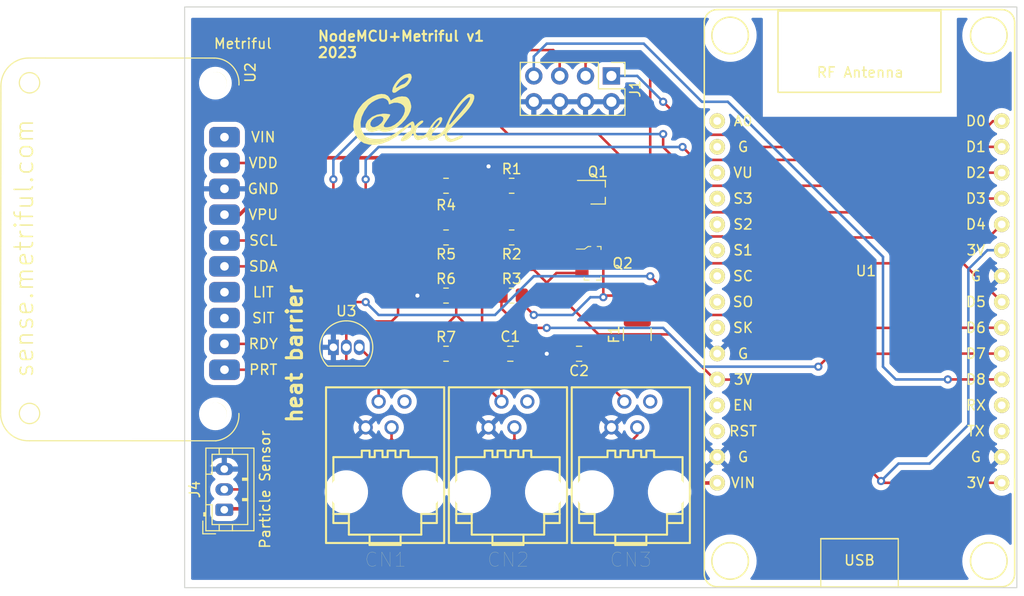
<source format=kicad_pcb>
(kicad_pcb (version 20211014) (generator pcbnew)
  (layers (0 "F.Cu" signal) (31 "B.Cu" mixed) (34 "B.Paste" user) (35 "F.Paste" user) (36 "B.SilkS" user "B.Silkscreen") (37 "F.SilkS" user "F.Silkscreen") (38 "B.Mask" user) (39 "F.Mask" user) (44 "Edge.Cuts" user))
  (net 0 "")
  (net 1 "Net-(C1-Pad1)")
  (net 2 "GND")
  (net 3 "Net-(C2-Pad1)")
  (net 4 "Net-(CN1-Pad2)")
  (net 8 "Net-(F1-Pad2)")
  (net 9 "Net-(J1-Pad1)")
  (net 10 "Net-(J1-Pad3)")
  (net 11 "Net-(J1-Pad5)")
  (net 12 "Net-(J1-Pad7)")
  (net 13 "VDD")
  (net 14 "Net-(J4-Pad2)")
  (net 15 "T_enable")
  (net 16 "Net-(Q1-Pad3)")
  (net 17 "Net-(CN1-Pad3)")
  (net 29 "+3V3")
  (net 32 "Net-(U1-Pad22)")
  (net 33 "Net-(R3-Pad1)")
  (net 34 "Net-(U1-Pad28)")
  (net 35 "Net-(U1-Pad29)")
  (footprint "Resistor_SMD:R_0805_2012Metric_Pad1.20x1.40mm_HandSolder" (layer "F.Cu") (at 115.84 90.17)
    (fp_text reference "R6" (at 0 -1.65) (layer "F.SilkS"))
    (fp_text value "10k")
    (pad "1" smd roundrect (at -1 0) (size 1.2 1.4) (layers "F.Cu" "F.Paste" "F.Mask") (roundrect_rratio 0.208333) (net 2 "GND"))
    (pad "2" smd roundrect (at 1 0) (size 1.2 1.4) (layers "F.Cu" "F.Paste" "F.Mask") (roundrect_rratio 0.208333) (net 3 "Net-(C2-Pad1)"))
  )
  (footprint "Resistor_SMD:R_0805_2012Metric_Pad1.20x1.40mm_HandSolder" (layer "F.Cu") (at 122.285 90.17)
    (fp_text reference "R3" (at 0 -1.65) (layer "F.SilkS"))
    (fp_text value "5.6k")
    (pad "1" smd roundrect (at -1 0) (size 1.2 1.4) (layers "F.Cu" "F.Paste" "F.Mask") (roundrect_rratio 0.208333) (net 33 "Net-(R3-Pad1)"))
    (pad "2" smd roundrect (at 1 0) (size 1.2 1.4) (layers "F.Cu" "F.Paste" "F.Mask") (roundrect_rratio 0.208333) (net 8 "Net-(F1-Pad2)"))
  )
  (footprint "1wire-v0.4:rj10" (layer "F.Cu") (at 133.985 108.585)
    (fp_text reference "CN3" (at 0 7.5438 180) (layer "F.SilkS") (effects (font (size 1.40122 1.40122) (thickness 0.015))))
    (fp_text value "RJ10")
    (pad "" np_thru_hole circle locked (at 3.81 0.889) (size 3.2512 3.2512) (drill 3.2512) (layers *.Cu *.Mask))
    (pad "" np_thru_hole circle locked (at -3.81 0.889) (size 3.2512 3.2512) (drill 3.2512) (layers *.Cu *.Mask))
    (pad "1" thru_hole circle locked (at -1.905 -5.461) (size 1.397 1.397) (drill 0.889) (layers *.Cu *.Mask) (net 2 "GND"))
    (pad "2" thru_hole circle locked (at -0.635 -8.001) (size 1.397 1.397) (drill 0.889) (layers *.Cu *.Mask) (net 4 "Net-(CN1-Pad2)"))
    (pad "3" thru_hole circle locked (at 0.635 -5.461) (size 1.397 1.397) (drill 0.889) (layers *.Cu *.Mask) (net 17 "Net-(CN1-Pad3)"))
    (pad "4" thru_hole circle locked (at 1.905 -8.001) (size 1.397 1.397) (drill 0.889) (layers *.Cu *.Mask))
  )
  (footprint "MountingHole:MountingHole_2.2mm_M2" (layer "F.Cu") (at 93.19 69.29)
    (fp_text reference "REF**" hide)
    (fp_text value "MountingHole_2.2mm_M2" hide)
    (pad "" np_thru_hole circle locked (at 0 0) (size 2.2 2.2) (drill 2.2) (layers *.Cu *.Mask))
  )
  (footprint "Package_TO_SOT_SMD:SOT-323_SC-70_Handsoldering" (layer "F.Cu") (at 130.75 80.01)
    (fp_text reference "Q1" (at 0 -2) (layer "F.SilkS"))
    (fp_text value "BSS138BKW")
    (pad "1" smd rect (at -1.33 -0.65 270) (size 0.45 1.5) (layers "F.Cu" "F.Paste" "F.Mask") (net 15 "T_enable"))
    (pad "2" smd rect (at -1.33 0.65 270) (size 0.45 1.5) (layers "F.Cu" "F.Paste" "F.Mask") (net 2 "GND"))
    (pad "3" smd rect (at 1.33 0 270) (size 0.45 1.5) (layers "F.Cu" "F.Paste" "F.Mask") (net 16 "Net-(Q1-Pad3)"))
  )
  (footprint "MountingHole:MountingHole_3.2mm_M3" (layer "F.Cu") (at 143.7386 64.5922)
    (fp_text reference "REF**" hide)
    (fp_text value "MountingHole_3.2mm_M3" hide)
    (pad "" np_thru_hole circle locked (at 0 0) (size 3.2 3.2) (drill 3.2) (layers *.Cu *.Mask))
  )
  (footprint "1wire-v0.4:SOT-23-3" (layer "F.Cu") (at 130.235 86.995)
    (fp_text reference "Q2" (at 2.9464 0) (layer "F.SilkS"))
    (fp_text value "NX2301P")
    (pad "1" smd rect (at -1.05 -0.95) (size 1.3 0.6) (layers "F.Cu" "F.Paste" "F.Mask") (net 16 "Net-(Q1-Pad3)"))
    (pad "2" smd rect (at -1.05 0.95) (size 1.3 0.6) (layers "F.Cu" "F.Paste" "F.Mask") (net 29 "+3V3"))
    (pad "3" smd rect (at 1.05 0) (size 1.3 0.6) (layers "F.Cu" "F.Paste" "F.Mask") (net 8 "Net-(F1-Pad2)"))
  )
  (footprint "Sensor:Metriful-1" (layer "F.Cu") (at 95.351787 104.440437 90)
    (fp_text reference "U2" (at 36.195 1.27 90 unlocked) (layer "F.SilkS"))
    (fp_text value "Metriful" (at 39.035437 0.533213 unlocked) (layer "F.SilkS"))
    (fp_text user "SIT" (at 12.065 2.54 unlocked) (layer "F.SilkS"))
    (fp_text user "sense.metriful.com" (at 18.926358 -20.955 90 unlocked) (layer "F.SilkS") (effects (font (size 1.8 1.8))))
    (fp_text user "VPU" (at 22.225 2.54 unlocked) (layer "F.SilkS"))
    (fp_text user "RDY" (at 9.525 2.54 unlocked) (layer "F.SilkS"))
    (fp_text user "PRT" (at 6.985 2.54 unlocked) (layer "F.SilkS"))
    (fp_text user "SDA" (at 17.145 2.54 unlocked) (layer "F.SilkS"))
    (fp_text user "LIT" (at 14.605 2.54 unlocked) (layer "F.SilkS"))
    (fp_text user "VDD" (at 27.305 2.54 unlocked) (layer "F.SilkS"))
    (fp_text user "VIN" (at 29.845 2.54 unlocked) (layer "F.SilkS"))
    (fp_text user "GND" (at 24.765 2.54 unlocked) (layer "F.SilkS"))
    (fp_text user "SCL" (at 19.685 2.54 unlocked) (layer "F.SilkS"))
    (pad "1" thru_hole roundrect (at 6.985 -1.27 90) (size 2 3) (drill 0.85) (layers *.Cu *.Mask) (net 14 "Net-(J4-Pad2)"))
    (pad "2" thru_hole roundrect (at 9.525 -1.27 90) (size 2 3) (drill 0.85) (layers *.Cu *.Mask) (net 32 "Net-(U1-Pad22)"))
    (pad "3" thru_hole roundrect (at 12.065 -1.27 90) (size 2 3) (drill 0.85) (layers *.Cu *.Mask))
    (pad "4" thru_hole roundrect (at 14.605 -1.27 90) (size 2 3) (drill 0.85) (layers *.Cu *.Mask))
    (pad "5" thru_hole roundrect (at 17.145 -1.27 90) (size 2 3) (drill 0.85) (layers *.Cu *.Mask) (net 35 "Net-(U1-Pad29)"))
    (pad "6" thru_hole roundrect (at 19.685 -1.27 90) (size 2 3) (drill 0.85) (layers *.Cu *.Mask) (net 34 "Net-(U1-Pad28)"))
    (pad "7" thru_hole roundrect (at 22.225 -1.27 90) (size 2 3) (drill 0.85) (layers *.Cu *.Mask) (net 29 "+3V3"))
    (pad "8" thru_hole roundrect (at 24.765 -1.27 90) (size 2 3) (drill 0.85) (layers *.Cu *.Mask) (net 2 "GND"))
    (pad "9" thru_hole roundrect (at 27.305 -1.27 90) (size 2 3) (drill 0.85) (layers *.Cu *.Mask) (net 29 "+3V3"))
    (pad "10" thru_hole roundrect (at 29.845 -1.27 90) (size 2 3) (drill 0.85) (layers *.Cu *.Mask))
  )
  (footprint "Resistor_SMD:R_0805_2012Metric_Pad1.20x1.40mm_HandSolder" (layer "F.Cu") (at 122.285 79.375)
    (fp_text reference "R1" (at 0 -1.65) (layer "F.SilkS"))
    (fp_text value "10k")
    (pad "1" smd roundrect (at -1 0) (size 1.2 1.4) (layers "F.Cu" "F.Paste" "F.Mask") (roundrect_rratio 0.208333) (net 2 "GND"))
    (pad "2" smd roundrect (at 1 0) (size 1.2 1.4) (layers "F.Cu" "F.Paste" "F.Mask") (roundrect_rratio 0.208333) (net 15 "T_enable"))
  )
  (footprint "Connector_JST:JST_PH_B3B-PH-K_1x03_P2.00mm_Vertical" (layer "F.Cu") (at 94.065 111.22 90)
    (fp_text reference "J4" (at 2 -2.9 90) (layer "F.SilkS"))
    (fp_text value "Particle Sensor" (at 2 4 90) (layer "F.SilkS"))
    (pad "1" thru_hole roundrect (at 0 0 90) (size 1.2 1.75) (drill 0.75) (layers *.Cu *.Mask) (roundrect_rratio 0.208333) (net 13 "VDD"))
    (pad "2" thru_hole oval (at 2 0 90) (size 1.2 1.75) (drill 0.75) (layers *.Cu *.Mask) (net 14 "Net-(J4-Pad2)"))
    (pad "3" thru_hole oval (at 4 0 90) (size 1.2 1.75) (drill 0.75) (layers *.Cu *.Mask) (net 2 "GND"))
  )
  (footprint "MountingHole:MountingHole_3.2mm_M3" (layer "F.Cu") (at 169.1386 64.5922)
    (fp_text reference "REF**" hide)
    (fp_text value "MountingHole_3.2mm_M3" hide)
    (pad "" np_thru_hole circle locked (at 0 0) (size 3.2 3.2) (drill 3.2) (layers *.Cu *.Mask))
  )
  (footprint "Fuse:Fuse_1210_3225Metric_Pad1.42x2.65mm_HandSolder" (layer "F.Cu") (at 134.62 93.98 90)
    (fp_text reference "F1" (at 0 -2.28 90) (layer "F.SilkS"))
    (fp_text value "Polyfuse")
    (pad "1" smd roundrect (at -1.4875 0 90) (size 1.425 2.65) (layers "F.Cu" "F.Paste" "F.Mask") (roundrect_rratio 0.175439) (net 3 "Net-(C2-Pad1)"))
    (pad "2" smd roundrect (at 1.4875 0 90) (size 1.425 2.65) (layers "F.Cu" "F.Paste" "F.Mask") (roundrect_rratio 0.175439) (net 8 "Net-(F1-Pad2)"))
  )
  (footprint "Capacitor_SMD:C_0805_2012Metric_Pad1.18x1.45mm_HandSolder" (layer "F.Cu") (at 122.1525 95.885)
    (fp_text reference "C1" (at 0 -1.68) (layer "F.SilkS"))
    (fp_text value "100pF")
    (pad "1" smd roundrect (at -1.0375 0) (size 1.175 1.45) (layers "F.Cu" "F.Paste" "F.Mask") (roundrect_rratio 0.212766) (net 1 "Net-(C1-Pad1)"))
    (pad "2" smd roundrect (at 1.0375 0) (size 1.175 1.45) (layers "F.Cu" "F.Paste" "F.Mask") (roundrect_rratio 0.212766) (net 2 "GND"))
  )
  (footprint "MountingHole:MountingHole_2.2mm_M2" (layer "F.Cu") (at 93.19 101.79)
    (fp_text reference "REF**" hide)
    (fp_text value "MountingHole_2.2mm_M2" hide)
    (pad "" np_thru_hole circle locked (at 0 0) (size 2.2 2.2) (drill 2.2) (layers *.Cu *.Mask))
  )
  (footprint "MountingHole:MountingHole_3.2mm_M3" (layer "F.Cu") (at 169.1386 116.2558)
    (fp_text reference "REF**" hide)
    (fp_text value "MountingHole_3.2mm_M3" hide)
    (pad "" np_thru_hole circle locked (at 0 0) (size 3.2 3.2) (drill 3.2) (layers F&B.Cu *.Mask) (clearance 1))
  )
  (footprint "1wire-v0.4:rj10" (layer "F.Cu") (at 109.855 108.585)
    (fp_text reference "CN1" (at 0.0508 7.5438 180) (layer "F.SilkS") (effects (font (size 1.40122 1.40122) (thickness 0.015))))
    (fp_text value "RJ10")
    (pad "" np_thru_hole circle locked (at 3.81 0.889) (size 3.2512 3.2512) (drill 3.2512) (layers *.Cu *.Mask))
    (pad "" np_thru_hole circle locked (at -3.81 0.889) (size 3.2512 3.2512) (drill 3.2512) (layers *.Cu *.Mask))
    (pad "1" thru_hole circle locked (at -1.905 -5.461) (size 1.397 1.397) (drill 0.889) (layers *.Cu *.Mask) (net 2 "GND"))
    (pad "2" thru_hole circle locked (at -0.635 -8.001) (size 1.397 1.397) (drill 0.889) (layers *.Cu *.Mask) (net 4 "Net-(CN1-Pad2)"))
    (pad "3" thru_hole circle locked (at 0.635 -5.461) (size 1.397 1.397) (drill 0.889) (layers *.Cu *.Mask) (net 17 "Net-(CN1-Pad3)"))
    (pad "4" thru_hole circle locked (at 1.905 -8.001) (size 1.397 1.397) (drill 0.889) (layers *.Cu *.Mask))
  )
  (footprint "NodeMCU:NodeMCU_0.1_Axel" (layer "F.Cu") (at 156.44 90.79)
    (fp_text reference "U1" (at 0.635 -3.04 unlocked) (layer "F.SilkS"))
    (fp_text value "NodeMCU 1.0 (ESP-12E)")
    (fp_text user "S2" (at -11.43 -7.62) (layer "F.SilkS"))
    (fp_text user "RX" (at 11.43 10.16) (layer "F.SilkS"))
    (fp_text user "S3" (at -11.43 -10.16) (layer "F.SilkS"))
    (fp_text user "G" (at -11.43 -15.24) (layer "F.SilkS"))
    (fp_text user "D7" (at 11.43 5.08) (layer "F.SilkS"))
    (fp_text user "D1" (at 11.43 -15.24) (layer "F.SilkS"))
    (fp_text user "VU" (at -11.43 -12.7) (layer "F.SilkS"))
    (fp_text user "D0" (at 11.43 -17.78) (layer "F.SilkS"))
    (fp_text user "G" (at -11.43 5.08) (layer "F.SilkS"))
    (fp_text user "D2" (at 11.43 -12.7) (layer "F.SilkS"))
    (fp_text user "SK" (at -11.43 2.54) (layer "F.SilkS"))
    (fp_text user "RF Antenna" (at 0.0762 -22.5552) (layer "F.SilkS"))
    (fp_text user "3V" (at 11.43 -5.08) (layer "F.SilkS"))
    (fp_text user "G" (at 11.43 -2.54) (layer "F.SilkS"))
    (fp_text user "D4" (at 11.43 -7.62) (layer "F.SilkS"))
    (fp_text user "EN" (at -11.43 10.16) (layer "F.SilkS"))
    (fp_text user "D5" (at 11.43 0) (layer "F.SilkS"))
    (fp_text user "RST" (at -11.43 12.7) (layer "F.SilkS"))
    (fp_text user "3V" (at -11.43 7.62) (layer "F.SilkS"))
    (fp_text user "USB" (at 0 25.4) (layer "F.SilkS"))
    (fp_text user "VIN" (at -11.43 17.78) (layer "F.SilkS"))
    (fp_text user "G" (at 11.43 15.24) (layer "F.SilkS"))
    (fp_text user "D8" (at 11.43 7.62) (layer "F.SilkS"))
    (fp_text user "TX" (at 11.43 12.7) (layer "F.SilkS"))
    (fp_text user "D3" (at 11.43 -10.16) (layer "F.SilkS"))
    (fp_text user "G" (at -11.43 15.24) (layer "F.SilkS"))
    (fp_text user "SC" (at -11.43 -2.54) (layer "F.SilkS"))
    (fp_text user "D6" (at 11.43 2.54) (layer "F.SilkS"))
    (fp_text user "S1" (at -11.43 -5.08) (layer "F.SilkS"))
    (fp_text user "SO" (at -11.43 0) (layer "F.SilkS"))
    (fp_text user "A0" (at -11.43 -17.78) (layer "F.SilkS"))
    (fp_text user "3V" (at 11.43 17.78) (layer "F.SilkS"))
    (pad "1" thru_hole circle locked (at -13.97 -17.78) (size 1.524 1.524) (drill 0.762) (layers *.Cu *.Mask "F.SilkS"))
    (pad "2" thru_hole circle locked (at -13.97 -15.24) (size 1.524 1.524) (drill 0.762) (layers *.Cu *.Mask "F.SilkS"))
    (pad "3" thru_hole circle locked (at -13.97 -12.7) (size 1.524 1.524) (drill 0.762) (layers *.Cu *.Mask "F.SilkS"))
    (pad "4" thru_hole circle locked (at -13.97 -10.16) (size 1.524 1.524) (drill 0.762) (layers *.Cu *.Mask "F.SilkS"))
    (pad "5" thru_hole circle locked (at -13.97 -7.62) (size 1.524 1.524) (drill 0.762) (layers *.Cu *.Mask "F.SilkS"))
    (pad "6" thru_hole circle locked (at -13.97 -5.08) (size 1.524 1.524) (drill 0.762) (layers *.Cu *.Mask "F.SilkS"))
    (pad "7" thru_hole circle locked (at -13.97 -2.54) (size 1.524 1.524) (drill 0.762) (layers *.Cu *.Mask "F.SilkS"))
    (pad "8" thru_hole circle locked (at -13.97 0) (size 1.524 1.524) (drill 0.762) (layers *.Cu *.Mask "F.SilkS"))
    (pad "9" thru_hole circle locked (at -13.97 2.54) (size 1.524 1.524) (drill 0.762) (layers *.Cu *.Mask "F.SilkS"))
    (pad "10" thru_hole circle locked (at -13.97 5.08) (size 1.524 1.524) (drill 0.762) (layers *.Cu *.Mask "F.SilkS") (net 2 "GND"))
    (pad "11" thru_hole circle locked (at -13.97 7.62) (size 1.524 1.524) (drill 0.762) (layers *.Cu *.Mask "F.SilkS") (net 29 "+3V3"))
    (pad "12" thru_hole circle locked (at -13.97 10.16) (size 1.524 1.524) (drill 0.762) (layers *.Cu *.Mask "F.SilkS"))
    (pad "13" thru_hole circle locked (at -13.97 12.7) (size 1.524 1.524) (drill 0.762) (layers *.Cu *.Mask "F.SilkS"))
    (pad "14" thru_hole circle locked (at -13.97 15.24) (size 1.524 1.524) (drill 0.762) (layers *.Cu *.Mask "F.SilkS") (net 2 "GND"))
    (pad "15" thru_hole circle locked (at -13.97 17.78) (size 1.524 1.524) (drill 0.762) (layers *.Cu *.Mask "F.SilkS") (net 13 "VDD"))
    (pad "16" thru_hole circle locked (at 13.97 17.78) (size 1.524 1.524) (drill 0.762) (layers *.Cu *.Mask "F.SilkS") (net 29 "+3V3"))
    (pad "17" thru_hole circle locked (at 13.97 15.24) (size 1.524 1.524) (drill 0.762) (layers *.Cu *.Mask "F.SilkS") (net 2 "GND"))
    (pad "18" thru_hole circle locked (at 13.97 12.7) (size 1.524 1.524) (drill 0.762) (layers *.Cu *.Mask "F.SilkS"))
    (pad "19" thru_hole circle locked (at 13.97 10.16) (size 1.524 1.524) (drill 0.762) (layers *.Cu *.Mask "F.SilkS"))
    (pad "20" thru_hole circle locked (at 13.97 7.62) (size 1.524 1.524) (drill 0.762) (layers *.Cu *.Mask "F.SilkS") (net 12 "Net-(J1-Pad7)"))
    (pad "21" thru_hole circle locked (at 13.97 5.08) (size 1.524 1.524) (drill 0.762) (layers *.Cu *.Mask "F.SilkS") (net 33 "Net-(R3-Pad1)"))
    (pad "22" thru_hole circle locked (at 13.97 2.54) (size 1.524 1.524) (drill 0.762) (layers *.Cu *.Mask "F.SilkS") (net 32 "Net-(U1-Pad22)"))
    (pad "23" thru_hole circle locked (at 13.97 0) (size 1.524 1.524) (drill 0.762) (layers *.Cu *.Mask "F.SilkS") (net 15 "T_enable"))
    (pad "24" thru_hole circle locked (at 13.97 -2.54) (size 1.524 1.524) (drill 0.762) (layers *.Cu *.Mask "F.SilkS") (net 2 "GND"))
    (pad "25" thru_hole circle locked (at 13.97 -5.08) (size 1.524 1.524) (drill 0.762) (layers *.Cu *.Mask "F.SilkS") (net 29 "+3V3"))
    (pad "26" thru_hole circle locked (at 13.97 -7.62) (size 1.524 1.524) (drill 0.762) (layers *.Cu *.Mask "F.SilkS") (net 11 "Net-(J1-Pad5)"))
    (pad "27" thru_hole circle locked (at 13.97 -10.16) (size 1.524 1.524) (drill 0.762) (layers *.Cu *.Mask "F.SilkS") (net 10 "Net-(J1-Pad3)"))
    (pad "28" thru_hole circle locked (at 13.97 -12.7) (size 1.524 1.524) (drill 0.762) (layers *.Cu *.Mask "F.SilkS") (net 34 "Net-(U1-Pad28)"))
    (pad "29" thru_hole circle locked (at 13.97 -15.24) (size 1.524 1.524) (drill 0.762) (layers *.Cu *.Mask "F.SilkS") (net 35 "Net-(U1-Pad29)"))
    (pad "30" thru_hole circle locked (at 13.97 -17.78) (size 1.524 1.524) (drill 0.762) (layers *.Cu *.Mask "F.SilkS") (net 9 "Net-(J1-Pad1)"))
  )
  (footprint "Connector_PinHeader_2.54mm:PinHeader_2x04_P2.54mm_Vertical" (layer "F.Cu") (at 132.08 68.58 -90)
    (fp_text reference "J1" (at 1.27 -2.33 90) (layer "F.SilkS"))
    (fp_text value "GPIO")
    (pad "1" thru_hole rect (at 0 0 270) (size 1.7 1.7) (drill 1) (layers *.Cu *.Mask) (net 9 "Net-(J1-Pad1)"))
    (pad "2" thru_hole oval (at 2.54 0 270) (size 1.7 1.7) (drill 1) (layers *.Cu *.Mask) (net 2 "GND"))
    (pad "3" thru_hole oval (at 0 2.54 270) (size 1.7 1.7) (drill 1) (layers *.Cu *.Mask) (net 10 "Net-(J1-Pad3)"))
    (pad "4" thru_hole oval (at 2.54 2.54 270) (size 1.7 1.7) (drill 1) (layers *.Cu *.Mask) (net 2 "GND"))
    (pad "5" thru_hole oval (at 0 5.08 270) (size 1.7 1.7) (drill 1) (layers *.Cu *.Mask) (net 11 "Net-(J1-Pad5)"))
    (pad "6" thru_hole oval (at 2.54 5.08 270) (size 1.7 1.7) (drill 1) (layers *.Cu *.Mask) (net 2 "GND"))
    (pad "7" thru_hole oval (at 0 7.62 270) (size 1.7 1.7) (drill 1) (layers *.Cu *.Mask) (net 12 "Net-(J1-Pad7)"))
    (pad "8" thru_hole oval (at 2.54 7.62 270) (size 1.7 1.7) (drill 1) (layers *.Cu *.Mask) (net 2 "GND"))
  )
  (footprint "Resistor_SMD:R_0805_2012Metric_Pad1.20x1.40mm_HandSolder" (layer "F.Cu") (at 115.84 84.455 180)
    (fp_text reference "R5" (at 0 -1.65) (layer "F.SilkS"))
    (fp_text value "22R")
    (pad "1" smd roundrect (at -1 0 180) (size 1.2 1.4) (layers "F.Cu" "F.Paste" "F.Mask") (roundrect_rratio 0.208333) (net 1 "Net-(C1-Pad1)"))
    (pad "2" smd roundrect (at 1 0 180) (size 1.2 1.4) (layers "F.Cu" "F.Paste" "F.Mask") (roundrect_rratio 0.208333) (net 17 "Net-(CN1-Pad3)"))
  )
  (footprint "MountingHole:MountingHole_3.2mm_M3" (layer "F.Cu") (at 143.7386 116.2558)
    (fp_text reference "REF**" hide)
    (fp_text value "MountingHole_3.2mm_M3" hide)
    (pad "" np_thru_hole circle locked (at 0 0) (size 3.2 3.2) (drill 3.2) (layers F&B.Cu *.Mask) (clearance 1))
  )
  (footprint "ESP-RS232:LOGO2" (layer "F.Cu") (at 112.6744 71.8566)
    (fp_text reference "G***" hide)
    (fp_text value "LOGO" hide)
  )
  (footprint "Package_TO_SOT_THT:TO-92_Inline" (layer "F.Cu") (at 104.775 95.25)
    (fp_text reference "U3" (at 1.27 -3.56) (layer "F.SilkS"))
    (fp_text value "DS18B20")
    (pad "1" thru_hole rect (at 0 0) (size 1.05 1.5) (drill 0.75) (layers *.Cu *.Mask) (net 2 "GND"))
    (pad "2" thru_hole oval (at 1.27 0) (size 1.05 1.5) (drill 0.75) (layers *.Cu *.Mask) (net 17 "Net-(CN1-Pad3)"))
    (pad "3" thru_hole oval (at 2.54 0) (size 1.05 1.5) (drill 0.75) (layers *.Cu *.Mask) (net 4 "Net-(CN1-Pad2)"))
  )
  (footprint "1wire-v0.4:rj10" (layer "F.Cu") (at 121.92 108.584)
    (fp_text reference "CN2" (at 0.0254 7.5448 180) (layer "F.SilkS") (effects (font (size 1.40122 1.40122) (thickness 0.015))))
    (fp_text value "RJ10")
    (pad "" np_thru_hole circle locked (at 3.81 0.889) (size 3.2512 3.2512) (drill 3.2512) (layers *.Cu *.Mask))
    (pad "" np_thru_hole circle locked (at -3.81 0.889) (size 3.2512 3.2512) (drill 3.2512) (layers *.Cu *.Mask))
    (pad "1" thru_hole circle locked (at -1.905 -5.461) (size 1.397 1.397) (drill 0.889) (layers *.Cu *.Mask) (net 2 "GND"))
    (pad "2" thru_hole circle locked (at -0.635 -8.001) (size 1.397 1.397) (drill 0.889) (layers *.Cu *.Mask) (net 4 "Net-(CN1-Pad2)"))
    (pad "3" thru_hole circle locked (at 0.635 -5.461) (size 1.397 1.397) (drill 0.889) (layers *.Cu *.Mask) (net 17 "Net-(CN1-Pad3)"))
    (pad "4" thru_hole circle locked (at 1.905 -8.001) (size 1.397 1.397) (drill 0.889) (layers *.Cu *.Mask))
  )
  (footprint "Resistor_SMD:R_0805_2012Metric_Pad1.20x1.40mm_HandSolder" (layer "F.Cu") (at 115.84 79.375 180)
    (fp_text reference "R4" (at 0 -1.905) (layer "F.SilkS"))
    (fp_text value "22R")
    (pad "1" smd roundrect (at -1 0 180) (size 1.2 1.4) (layers "F.Cu" "F.Paste" "F.Mask") (roundrect_rratio 0.208333) (net 33 "Net-(R3-Pad1)"))
    (pad "2" smd roundrect (at 1 0 180) (size 1.2 1.4) (layers "F.Cu" "F.Paste" "F.Mask") (roundrect_rratio 0.208333) (net 1 "Net-(C1-Pad1)"))
  )
  (footprint "Capacitor_SMD:C_0805_2012Metric" (layer "F.Cu") (at 128.905 95.885 180)
    (fp_text reference "C2" (at 0 -1.68) (layer "F.SilkS"))
    (fp_text value "100nF")
    (pad "1" smd roundrect (at -0.95 0 180) (size 1 1.45) (layers "F.Cu" "F.Paste" "F.Mask") (net 3 "Net-(C2-Pad1)"))
    (pad "2" smd roundrect (at 0.95 0 180) (size 1 1.45) (layers "F.Cu" "F.Paste" "F.Mask") (net 2 "GND"))
  )
  (footprint "Resistor_SMD:R_0805_2012Metric_Pad1.20x1.40mm_HandSolder" (layer "F.Cu") (at 122.285 84.455 180)
    (fp_text reference "R2" (at 0 -1.65) (layer "F.SilkS"))
    (fp_text value "10k")
    (pad "1" smd roundrect (at -1 0 180) (size 1.2 1.4) (layers "F.Cu" "F.Paste" "F.Mask") (roundrect_rratio 0.208333) (net 16 "Net-(Q1-Pad3)"))
    (pad "2" smd roundrect (at 1 0 180) (size 1.2 1.4) (layers "F.Cu" "F.Paste" "F.Mask") (roundrect_rratio 0.208333) (net 29 "+3V3"))
  )
  (footprint "Resistor_SMD:R_0805_2012Metric_Pad1.20x1.40mm_HandSolder" (layer "F.Cu") (at 115.84 95.885)
    (fp_text reference "R7" (at 0 -1.65) (layer "F.SilkS"))
    (fp_text value "22R")
    (pad "1" smd roundrect (at -1 0) (size 1.2 1.4) (layers "F.Cu" "F.Paste" "F.Mask") (roundrect_rratio 0.208333) (net 3 "Net-(C2-Pad1)"))
    (pad "2" smd roundrect (at 1 0) (size 1.2 1.4) (layers "F.Cu" "F.Paste" "F.Mask") (roundrect_rratio 0.208333) (net 4 "Net-(CN1-Pad2)"))
  )
  (gr_rect (start 171.895 118.878) (end 90.17 61.8) (layer "Edge.Cuts") (width 0.1) (fill none))
  (gr_text "NodeMCU+Metriful v1\n2023" (at 103.1494 65.4812) (layer "F.SilkS") (effects (font (size 1 1) (thickness 0.2)) (justify left)))
  (gr_text "heat barrier" (at 100.965 95.885 90) (layer "F.SilkS") (effects (font (size 1.5 1.5) (thickness 0.3))))
  (segment (start 116.84 84.455) (end 116.84 85.725) (width 0.25) (layer "F.Cu") (net 1))
  (segment (start 119.38 88.265) (end 119.38 95.25) (width 0.25) (layer "F.Cu") (net 1))
  (segment (start 120.015 95.885) (end 119.38 95.25) (width 0.25) (layer "F.Cu") (net 1))
  (segment (start 116.84 82.55) (end 116.84 84.455) (width 0.25) (layer "F.Cu") (net 1))
  (segment (start 121.115 95.885) (end 120.015 95.885) (width 0.25) (layer "F.Cu") (net 1))
  (segment (start 114.84 79.375) (end 114.935 79.375) (width 0.25) (layer "F.Cu") (net 1))
  (segment (start 114.935 79.375) (end 114.935 80.645) (width 0.25) (layer "F.Cu") (net 1))
  (segment (start 115.03 80.74) (end 116.84 82.55) (width 0.25) (layer "F.Cu") (net 1))
  (segment (start 116.84 85.725) (end 119.38 88.265) (width 0.25) (layer "F.Cu") (net 1))
  (segment (start 120.015 78.105) (end 121.285 79.375) (width 0.25) (layer "F.Cu") (net 2))
  (segment (start 123.19 95.885) (end 125.73 95.885) (width 0.25) (layer "F.Cu") (net 2))
  (segment (start 121.285 79.375) (end 121.285 80.645) (width 0.25) (layer "F.Cu") (net 2))
  (segment (start 124.445 80.66) (end 129.42 80.66) (width 0.25) (layer "F.Cu") (net 2))
  (segment (start 120.015 77.47) (end 120.015 78.105) (width 0.25) (layer "F.Cu") (net 2))
  (segment (start 113.03 90.17) (end 114.84 90.17) (width 0.25) (layer "F.Cu") (net 2))
  (segment (start 123.825 81.28) (end 124.445 80.66) (width 0.25) (layer "F.Cu") (net 2))
  (segment (start 125.73 95.885) (end 127.955 95.885) (width 0.25) (layer "F.Cu") (net 2))
  (segment (start 121.285 80.645) (end 121.92 81.28) (width 0.25) (layer "F.Cu") (net 2))
  (segment (start 121.92 81.28) (end 123.825 81.28) (width 0.25) (layer "F.Cu") (net 2))
  (via (at 120.015 77.47) (size 0.8) (drill 0.4) (layers "F.Cu" "B.Cu") (net 2))
  (via (at 113.03 90.17) (size 0.8) (drill 0.4) (layers "F.Cu" "B.Cu") (net 2))
  (via (at 125.73 95.885) (size 0.8) (drill 0.4) (layers "F.Cu" "B.Cu") (net 2))
  (segment (start 119.38 97.155) (end 129.54 97.155) (width 0.25) (layer "F.Cu") (net 3))
  (segment (start 116.84 90.17) (end 116.84 92.075) (width 0.25) (layer "F.Cu") (net 3))
  (segment (start 132.715 95.25) (end 134.4025 95.25) (width 0.25) (layer "F.Cu") (net 3))
  (segment (start 132.08 95.885) (end 132.715 95.25) (width 0.25) (layer "F.Cu") (net 3))
  (segment (start 134.4025 95.25) (end 134.62 95.4675) (width 0.25) (layer "F.Cu") (net 3))
  (segment (start 114.84 94.075) (end 114.84 95.885) (width 0.25) (layer "F.Cu") (net 3))
  (segment (start 129.54 97.155) (end 129.855 96.84) (width 0.25) (layer "F.Cu") (net 3))
  (segment (start 116.84 92.075) (end 114.84 94.075) (width 0.25) (layer "F.Cu") (net 3))
  (segment (start 116.84 92.075) (end 118.11 93.345) (width 0.25) (layer "F.Cu") (net 3))
  (segment (start 129.855 96.84) (end 129.855 95.885) (width 0.25) (layer "F.Cu") (net 3))
  (segment (start 129.855 95.885) (end 132.08 95.885) (width 0.25) (layer "F.Cu") (net 3))
  (segment (start 118.11 93.345) (end 118.11 95.885) (width 0.25) (layer "F.Cu") (net 3))
  (segment (start 118.11 95.885) (end 119.38 97.155) (width 0.25) (layer "F.Cu") (net 3))
  (segment (start 121.92 98.425) (end 131.317 98.425) (width 0.25) (layer "F.Cu") (net 4))
  (segment (start 118.11 98.425) (end 119.127 98.425) (width 0.25) (layer "F.Cu") (net 4))
  (segment (start 121.285 99.06) (end 121.92 98.425) (width 0.25) (layer "F.Cu") (net 4))
  (segment (start 107.315 95.25) (end 110.49 98.425) (width 0.25) (layer "F.Cu") (net 4))
  (segment (start 109.855 98.425) (end 110.49 98.425) (width 0.25) (layer "F.Cu") (net 4))
  (segment (start 116.84 97.155) (end 118.11 98.425) (width 0.25) (layer "F.Cu") (net 4))
  (segment (start 115.57 98.425) (end 116.84 97.155) (width 0.25) (layer "F.Cu") (net 4))
  (segment (start 131.317 98.425) (end 133.35 100.458) (width 0.25) (layer "F.Cu") (net 4))
  (segment (start 119.127 98.425) (end 121.285 100.583) (width 0.25) (layer "F.Cu") (net 4))
  (segment (start 116.84 97.155) (end 116.84 95.885) (width 0.25) (layer "F.Cu") (net 4))
  (segment (start 109.22 100.584) (end 109.22 99.06) (width 0.25) (layer "F.Cu") (net 4))
  (segment (start 110.49 98.425) (end 115.57 98.425) (width 0.25) (layer "F.Cu") (net 4))
  (segment (start 121.285 100.583) (end 121.285 99.06) (width 0.25) (layer "F.Cu") (net 4))
  (segment (start 109.22 99.06) (end 109.855 98.425) (width 0.25) (layer "F.Cu") (net 4))
  (segment (start 123.285 90.17) (end 123.285 90.9) (width 0.25) (layer "F.Cu") (net 8))
  (segment (start 131.445 90.17) (end 133.35 90.17) (width 0.25) (layer "F.Cu") (net 8))
  (segment (start 131.285 90.33) (end 131.445 90.17) (width 0.25) (layer "F.Cu") (net 8))
  (segment (start 133.35 90.17) (end 134.62 91.44) (width 0.25) (layer "F.Cu") (net 8))
  (segment (start 131.285 90.33) (end 131.285 86.995) (width 0.25) (layer "F.Cu") (net 8))
  (segment (start 123.285 90.9) (end 124.46 92.075) (width 0.25) (layer "F.Cu") (net 8))
  (segment (start 134.62 91.44) (end 134.62 92.4925) (width 0.25) (layer "F.Cu") (net 8))
  (via (at 124.46 92.075) (size 0.8) (drill 0.4) (layers "F.Cu" "B.Cu") (net 8))
  (via (at 131.285 90.33) (size 0.8) (drill 0.4) (layers "F.Cu" "B.Cu") (net 8))
  (segment (start 128.27 92.075) (end 130.015 90.33) (width 0.25) (layer "B.Cu") (net 8))
  (segment (start 124.46 92.075) (end 128.27 92.075) (width 0.25) (layer "B.Cu") (net 8))
  (segment (start 130.015 90.33) (end 131.285 90.33) (width 0.25) (layer "B.Cu") (net 8))
  (segment (start 140.403489 74.363489) (end 137.16 71.12) (width 0.25) (layer "F.Cu") (net 9))
  (segment (start 164.465 74.93) (end 163.83 75.565) (width 0.25) (layer "F.Cu") (net 9))
  (segment (start 167.64 74.93) (end 164.465 74.93) (width 0.25) (layer "F.Cu") (net 9))
  (segment (start 144.848489 74.363489) (end 140.403489 74.363489) (width 0.25) (layer "F.Cu") (net 9))
  (segment (start 163.83 75.565) (end 146.05 75.565) (width 0.25) (layer "F.Cu") (net 9))
  (segment (start 169.545 73.025) (end 167.64 74.93) (width 0.25) (layer "F.Cu") (net 9))
  (segment (start 170.395 73.025) (end 169.545 73.025) (width 0.25) (layer "F.Cu") (net 9))
  (segment (start 146.05 75.565) (end 144.848489 74.363489) (width 0.25) (layer "F.Cu") (net 9))
  (via (at 137.16 71.12) (size 0.8) (drill 0.4) (layers "F.Cu" "B.Cu") (net 9))
  (segment (start 132.08 68.58) (end 134.62 68.58) (width 0.25) (layer "B.Cu") (net 9))
  (segment (start 134.62 68.58) (end 137.16 71.12) (width 0.25) (layer "B.Cu") (net 9))
  (segment (start 141.038489 81.983489) (end 165.666511 81.983489) (width 0.25) (layer "F.Cu") (net 10))
  (segment (start 165.666511 81.983489) (end 167.02 80.63) (width 0.25) (layer "F.Cu") (net 10))
  (segment (start 167.02 80.63) (end 170.41 80.63) (width 0.25) (layer "F.Cu") (net 10))
  (segment (start 130.175 66.675) (end 134.62 66.675) (width 0.25) (layer "F.Cu") (net 10))
  (segment (start 129.54 67.31) (end 130.175 66.675) (width 0.25) (layer "F.Cu") (net 10))
  (segment (start 135.89 76.835) (end 141.038489 81.983489) (width 0.25) (layer "F.Cu") (net 10))
  (segment (start 129.54 68.58) (end 129.54 67.31) (width 0.25) (layer "F.Cu") (net 10))
  (segment (start 134.62 66.675) (end 135.89 67.945) (width 0.25) (layer "F.Cu") (net 10))
  (segment (start 135.89 67.945) (end 135.89 76.835) (width 0.25) (layer "F.Cu") (net 10))
  (segment (start 123.19 66.04) (end 126.365 66.04) (width 0.25) (layer "F.Cu") (net 11))
  (segment (start 121.92 74.295) (end 121.285 73.66) (width 0.25) (layer "F.Cu") (net 11))
  (segment (start 143.071978 84.455) (end 142.973489 84.356511) (width 0.25) (layer "F.Cu") (net 11))
  (segment (start 142.973489 84.356511) (end 140.871511 84.356511) (width 0.25) (layer "F.Cu") (net 11))
  (segment (start 126.365 66.04) (end 127 66.675) (width 0.25) (layer "F.Cu") (net 11))
  (segment (start 121.285 67.945) (end 123.19 66.04) (width 0.25) (layer "F.Cu") (net 11))
  (segment (start 127 66.675) (end 127 68.58) (width 0.25) (layer "F.Cu") (net 11))
  (segment (start 121.285 73.66) (end 121.285 67.945) (width 0.25) (layer "F.Cu") (net 11))
  (segment (start 169.125 84.455) (end 143.071978 84.455) (width 0.25) (layer "F.Cu") (net 11))
  (segment (start 130.81 74.295) (end 121.92 74.295) (width 0.25) (layer "F.Cu") (net 11))
  (segment (start 170.41 83.17) (end 169.125 84.455) (width 0.25) (layer "F.Cu") (net 11))
  (segment (start 140.871511 84.356511) (end 130.81 74.295) (width 0.25) (layer "F.Cu") (net 11))
  (segment (start 165.115 98.41) (end 170.41 98.41) (width 0.25) (layer "F.Cu") (net 12))
  (via (at 165.115 98.41) (size 0.8) (drill 0.4) (layers "F.Cu" "B.Cu") (net 12))
  (segment (start 158.75 86.36) (end 158.75 97.155) (width 0.25) (layer "B.Cu") (net 12))
  (segment (start 125.73 65.405) (end 135.255 65.405) (width 0.25) (layer "B.Cu") (net 12))
  (segment (start 160.005 98.41) (end 165.115 98.41) (width 0.25) (layer "B.Cu") (net 12))
  (segment (start 124.46 66.675) (end 125.73 65.405) (width 0.25) (layer "B.Cu") (net 12))
  (segment (start 135.255 65.405) (end 140.97 71.12) (width 0.25) (layer "B.Cu") (net 12))
  (segment (start 140.97 71.12) (end 143.51 71.12) (width 0.25) (layer "B.Cu") (net 12))
  (segment (start 158.75 97.155) (end 160.005 98.41) (width 0.25) (layer "B.Cu") (net 12))
  (segment (start 143.51 71.12) (end 158.75 86.36) (width 0.25) (layer "B.Cu") (net 12))
  (segment (start 124.46 68.58) (end 124.46 66.675) (width 0.25) (layer "B.Cu") (net 12))
  (segment (start 97.155 111.125) (end 101.854 106.426) (width 0.35) (layer "F.Cu") (net 13))
  (segment (start 140.589 108.585) (end 142.24 108.585) (width 0.35) (layer "F.Cu") (net 13))
  (segment (start 101.854 106.426) (end 138.43 106.426) (width 0.35) (layer "F.Cu") (net 13))
  (segment (start 94.065 111.22) (end 94.16 111.125) (width 0.35) (layer "F.Cu") (net 13))
  (segment (start 94.16 111.125) (end 97.155 111.125) (width 0.35) (layer "F.Cu") (net 13))
  (segment (start 138.43 106.426) (end 140.589 108.585) (width 0.35) (layer "F.Cu") (net 13))
  (segment (start 98.425 107.95) (end 97.155 109.22) (width 0.25) (layer "F.Cu") (net 14))
  (segment (start 97.155 109.22) (end 94.065 109.22) (width 0.25) (layer "F.Cu") (net 14))
  (segment (start 94.081787 97.455437) (end 96.820437 97.455437) (width 0.25) (layer "F.Cu") (net 14))
  (segment (start 98.425 99.06) (end 98.425 107.95) (width 0.25) (layer "F.Cu") (net 14))
  (segment (start 96.820437 97.455437) (end 98.425 99.06) (width 0.25) (layer "F.Cu") (net 14))
  (segment (start 123.3 79.36) (end 129.42 79.36) (width 0.25) (layer "F.Cu") (net 15))
  (segment (start 130.19 79.36) (end 130.81 78.74) (width 0.25) (layer "F.Cu") (net 15))
  (segment (start 123.285 79.375) (end 123.3 79.36) (width 0.25) (layer "F.Cu") (net 15))
  (segment (start 132.715 78.74) (end 140.97 86.995) (width 0.25) (layer "F.Cu") (net 15))
  (segment (start 129.42 79.36) (end 130.19 79.36) (width 0.25) (layer "F.Cu") (net 15))
  (segment (start 140.97 86.995) (end 166.615 86.995) (width 0.25) (layer "F.Cu") (net 15))
  (segment (start 166.615 86.995) (end 170.41 90.79) (width 0.25) (layer "F.Cu") (net 15))
  (segment (start 130.81 78.74) (end 132.715 78.74) (width 0.25) (layer "F.Cu") (net 15))
  (segment (start 132.08 83.15) (end 129.185 86.045) (width 0.25) (layer "F.Cu") (net 16))
  (segment (start 127.955 86.045) (end 127.635 85.725) (width 0.25) (layer "F.Cu") (net 16))
  (segment (start 123.825 85.725) (end 123.285 85.185) (width 0.25) (layer "F.Cu") (net 16))
  (segment (start 132.08 80.01) (end 132.08 83.15) (width 0.25) (layer "F.Cu") (net 16))
  (segment (start 127.635 85.725) (end 123.825 85.725) (width 0.25) (layer "F.Cu") (net 16))
  (segment (start 129.185 86.045) (end 127.955 86.045) (width 0.25) (layer "F.Cu") (net 16))
  (segment (start 123.285 85.185) (end 123.285 84.455) (width 0.25) (layer "F.Cu") (net 16))
  (segment (start 122.555 104.267) (end 123.444 105.156) (width 0.25) (layer "F.Cu") (net 17))
  (segment (start 109.601 105.156) (end 109.474 105.156) (width 0.25) (layer "F.Cu") (net 17))
  (segment (start 122.555 104.267) (end 121.666 105.156) (width 0.25) (layer "F.Cu") (net 17))
  (segment (start 122.555 103.123) (end 122.555 104.267) (width 0.25) (layer "F.Cu") (net 17))
  (segment (start 109.474 105.156) (end 105.156 105.156) (width 0.25) (layer "F.Cu") (net 17))
  (segment (start 111.125 92.075) (end 110.49 92.71) (width 0.25) (layer "F.Cu") (net 17))
  (segment (start 111.379 105.156) (end 109.474 105.156) (width 0.25) (layer "F.Cu") (net 17))
  (segment (start 134.62 103.886) (end 134.62 103.124) (width 0.25) (layer "F.Cu") (net 17))
  (segment (start 110.49 103.124) (end 110.49 104.267) (width 0.25) (layer "F.Cu") (net 17))
  (segment (start 110.49 92.71) (end 106.68 92.71) (width 0.25) (layer "F.Cu") (net 17))
  (segment (start 104.14 100.711) (end 106.045 98.806) (width 0.25) (layer "F.Cu") (net 17))
  (segment (start 123.444 105.156) (end 133.35 105.156) (width 0.25) (layer "F.Cu") (net 17))
  (segment (start 121.666 105.156) (end 121.92 105.156) (width 0.25) (layer "F.Cu") (net 17))
  (segment (start 110.49 104.267) (end 111.379 105.156) (width 0.25) (layer "F.Cu") (net 17))
  (segment (start 111.379 105.156) (end 121.666 105.156) (width 0.25) (layer "F.Cu") (net 17))
  (segment (start 113.03 84.455) (end 111.125 86.36) (width 0.25) (layer "F.Cu") (net 17))
  (segment (start 110.49 104.267) (end 109.601 105.156) (width 0.25) (layer "F.Cu") (net 17))
  (segment (start 106.045 93.345) (end 106.045 95.25) (width 0.25) (layer "F.Cu") (net 17))
  (segment (start 106.045 98.806) (end 106.045 95.25) (width 0.25) (layer "F.Cu") (net 17))
  (segment (start 106.68 92.71) (end 106.045 93.345) (width 0.25) (layer "F.Cu") (net 17))
  (segment (start 111.125 86.36) (end 111.125 92.075) (width 0.25) (layer "F.Cu") (net 17))
  (segment (start 121.92 105.156) (end 123.444 105.156) (width 0.25) (layer "F.Cu") (net 17))
  (segment (start 105.156 105.156) (end 104.14 104.14) (width 0.25) (layer "F.Cu") (net 17))
  (segment (start 133.35 105.156) (end 134.62 103.886) (width 0.25) (layer "F.Cu") (net 17))
  (segment (start 104.14 104.14) (end 104.14 100.711) (width 0.25) (layer "F.Cu") (net 17))
  (segment (start 114.84 84.455) (end 113.03 84.455) (width 0.25) (layer "F.Cu") (net 17))
  (segment (start 100.650487 77.135437) (end 101.160942 76.624982) (width 0.25) (layer "F.Cu") (net 29))
  (segment (start 94.081787 77.135437) (end 100.650487 77.135437) (width 0.25) (layer "F.Cu") (net 29))
  (segment (start 120.26048 83.43048) (end 120.26048 79.200444) (width 0.25) (layer "F.Cu") (net 29))
  (segment (start 101.160942 76.624982) (end 117.685018 76.624982) (width 0.35) (layer "F.Cu") (net 29))
  (segment (start 101.160942 76.624982) (end 100.950924 76.835) (width 0.35) (layer "F.Cu") (net 29))
  (segment (start 158.5595 108.3945) (end 158.75 108.585) (width 0.25) (layer "F.Cu") (net 29))
  (segment (start 121.285 84.455) (end 121.285 85.725) (width 0.25) (layer "F.Cu") (net 29))
  (segment (start 127 90.17) (end 130.81 93.98) (width 0.25) (layer "F.Cu") (net 29))
  (segment (start 100.650487 77.135437) (end 100.957962 76.827962) (width 0.25) (layer "F.Cu") (net 29))
  (segment (start 125.73 88.9) (end 127 90.17) (width 0.25) (layer "F.Cu") (net 29))
  (segment (start 129.185 87.945) (end 126.685 87.945) (width 0.25) (layer "F.Cu") (net 29))
  (segment (start 170.41 108.57) (end 158.735 108.57) (width 0.25) (layer "F.Cu") (net 29))
  (segment (start 124.46 87.63) (end 125.73 88.9) (width 0.25) (layer "F.Cu") (net 29))
  (segment (start 123.19 87.63) (end 124.46 87.63) (width 0.25) (layer "F.Cu") (net 29))
  (segment (start 100.957962 76.827962) (end 101.160942 76.624982) (width 0.25) (layer "F.Cu") (net 29))
  (segment (start 120.26048 79.200444) (end 117.685018 76.624982) (width 0.25) (layer "F.Cu") (net 29))
  (segment (start 121.285 85.725) (end 123.19 87.63) (width 0.25) (layer "F.Cu") (net 29))
  (segment (start 137.795 93.98) (end 142.24 98.425) (width 0.25) (layer "F.Cu") (net 29))
  (segment (start 148.59 98.425) (end 158.5595 108.3945) (width 0.25) (layer "F.Cu") (net 29))
  (segment (start 142.24 98.425) (end 148.59 98.425) (width 0.25) (layer "F.Cu") (net 29))
  (segment (start 158.735 108.57) (end 158.5595 108.3945) (width 0.25) (layer "F.Cu") (net 29))
  (segment (start 121.285 84.455) (end 120.26048 83.43048) (width 0.25) (layer "F.Cu") (net 29))
  (segment (start 95.570487 82.215437) (end 100.957962 76.827962) (width 0.35) (layer "F.Cu") (net 29))
  (segment (start 126.685 87.945) (end 125.73 88.9) (width 0.25) (layer "F.Cu") (net 29))
  (segment (start 130.81 93.98) (end 137.795 93.98) (width 0.25) (layer "F.Cu") (net 29))
  (via (at 158.5595 108.3945) (size 0.8) (drill 0.4) (layers "F.Cu" "B.Cu") (net 29))
  (segment (start 167.132 102.87) (end 167.132 87.5746) (width 0.25) (layer "B.Cu") (net 29))
  (segment (start 167.132 87.5746) (end 168.9966 85.71) (width 0.25) (layer "B.Cu") (net 29))
  (segment (start 163.322 106.68) (end 167.132 102.87) (width 0.25) (layer "B.Cu") (net 29))
  (segment (start 160.274 106.68) (end 163.322 106.68) (width 0.25) (layer "B.Cu") (net 29))
  (segment (start 168.9966 85.71) (end 170.41 85.71) (width 0.25) (layer "B.Cu") (net 29))
  (segment (start 158.5595 108.3945) (end 160.274 106.68) (width 0.25) (layer "B.Cu") (net 29))
  (segment (start 100.029563 94.915437) (end 104.14 90.805) (width 0.25) (layer "F.Cu") (net 32))
  (segment (start 139.7 92.075) (end 135.89 88.265) (width 0.25) (layer "F.Cu") (net 32))
  (segment (start 104.14 90.805) (end 107.95 90.805) (width 0.25) (layer "F.Cu") (net 32))
  (segment (start 165.1 93.345) (end 165.115 93.33) (width 0.25) (layer "F.Cu") (net 32))
  (segment (start 94.081787 94.915437) (end 100.029563 94.915437) (width 0.25) (layer "F.Cu") (net 32))
  (segment (start 165.115 93.33) (end 170.41 93.33) (width 0.25) (layer "F.Cu") (net 32))
  (segment (start 146.685 92.075) (end 139.7 92.075) (width 0.25) (layer "F.Cu") (net 32))
  (segment (start 165.1 93.345) (end 147.955 93.345) (width 0.25) (layer "F.Cu") (net 32))
  (segment (start 147.955 93.345) (end 146.685 92.075) (width 0.25) (layer "F.Cu") (net 32))
  (via (at 107.95 90.805) (size 0.8) (drill 0.4) (layers "F.Cu" "B.Cu") (net 32))
  (via (at 135.89 88.265) (size 0.8) (drill 0.4) (layers "F.Cu" "B.Cu") (net 32))
  (segment (start 120.65 92.075) (end 124.46 88.265) (width 0.25) (layer "B.Cu") (net 32))
  (segment (start 124.46 88.265) (end 135.89 88.265) (width 0.25) (layer "B.Cu") (net 32))
  (segment (start 109.22 92.075) (end 120.65 92.075) (width 0.25) (layer "B.Cu") (net 32))
  (segment (start 107.95 90.805) (end 109.22 92.075) (width 0.25) (layer "B.Cu") (net 32))
  (segment (start 153.67 95.885) (end 165.1 95.885) (width 0.25) (layer "F.Cu") (net 33))
  (segment (start 121.285 90.17) (end 121.285 91.44) (width 0.25) (layer "F.Cu") (net 33))
  (segment (start 119.38 86.36) (end 121.285 88.265) (width 0.25) (layer "F.Cu") (net 33))
  (segment (start 119.38 81.915) (end 119.38 86.36) (width 0.25) (layer "F.Cu") (net 33))
  (segment (start 165.1 95.885) (end 165.115 95.87) (width 0.25) (layer "F.Cu") (net 33))
  (segment (start 152.4 97.155) (end 153.67 95.885) (width 0.25) (layer "F.Cu") (net 33))
  (segment (start 121.285 88.265) (end 121.285 90.17) (width 0.25) (layer "F.Cu") (net 33))
  (segment (start 165.115 95.87) (end 170.41 95.87) (width 0.25) (layer "F.Cu") (net 33))
  (segment (start 121.285 91.44) (end 123.19 93.345) (width 0.25) (layer "F.Cu") (net 33))
  (segment (start 116.84 79.375) (end 119.38 81.915) (width 0.25) (layer "F.Cu") (net 33))
  (segment (start 123.19 93.345) (end 125.73 93.345) (width 0.25) (layer "F.Cu") (net 33))
  (via (at 125.73 93.345) (size 0.8) (drill 0.4) (layers "F.Cu" "B.Cu") (net 33))
  (via (at 152.4 97.155) (size 0.8) (drill 0.4) (layers "F.Cu" "B.Cu") (net 33))
  (segment (start 140.97 97.155) (end 152.4 97.155) (width 0.25) (layer "B.Cu") (net 33))
  (segment (start 125.73 93.345) (end 137.16 93.345) (width 0.25) (layer "B.Cu") (net 33))
  (segment (start 137.16 93.345) (end 140.97 97.155) (width 0.25) (layer "B.Cu") (net 33))
  (segment (start 140.97 79.375) (end 164.465 79.375) (width 0.25) (layer "F.Cu") (net 34))
  (segment (start 104.775 80.01) (end 104.775 78.74) (width 0.25) (layer "F.Cu") (net 34))
  (segment (start 94.081787 84.755437) (end 100.029563 84.755437) (width 0.25) (layer "F.Cu") (net 34))
  (segment (start 137.16 74.295) (end 137.16 75.565) (width 0.25) (layer "F.Cu") (net 34))
  (segment (start 165.75 78.09) (end 170.41 78.09) (width 0.25) (layer "F.Cu") (net 34))
  (segment (start 100.029563 84.755437) (end 104.775 80.01) (width 0.25) (layer "F.Cu") (net 34))
  (segment (start 137.16 75.565) (end 140.97 79.375) (width 0.25) (layer "F.Cu") (net 34))
  (segment (start 164.465 79.375) (end 165.75 78.09) (width 0.25) (layer "F.Cu") (net 34))
  (via (at 137.16 74.295) (size 0.8) (drill 0.4) (layers "F.Cu" "B.Cu") (net 34))
  (via (at 104.775 78.74) (size 0.8) (drill 0.4) (layers "F.Cu" "B.Cu") (net 34))
  (segment (start 107.315 74.295) (end 104.775 76.835) (width 0.25) (layer "B.Cu") (net 34))
  (segment (start 137.16 74.295) (end 107.315 74.295) (width 0.25) (layer "B.Cu") (net 34))
  (segment (start 104.775 76.835) (end 104.775 78.74) (width 0.25) (layer "B.Cu") (net 34))
  (segment (start 107.95 80.645) (end 107.95 78.74) (width 0.25) (layer "F.Cu") (net 35))
  (segment (start 94.081787 87.295437) (end 101.299563 87.295437) (width 0.25) (layer "F.Cu") (net 35))
  (segment (start 170.41 75.55) (end 165.75 75.55) (width 0.25) (layer "F.Cu") (net 35))
  (segment (start 165.75 75.55) (end 164.465 76.835) (width 0.25) (layer "F.Cu") (net 35))
  (segment (start 140.335 76.835) (end 139.065 75.565) (width 0.25) (layer "F.Cu") (net 35))
  (segment (start 101.299563 87.295437) (end 107.95 80.645) (width 0.25) (layer "F.Cu") (net 35))
  (segment (start 164.465 76.835) (end 140.335 76.835) (width 0.25) (layer "F.Cu") (net 35))
  (via (at 139.065 75.565) (size 0.8) (drill 0.4) (layers "F.Cu" "B.Cu") (net 35))
  (via (at 107.95 78.74) (size 0.8) (drill 0.4) (layers "F.Cu" "B.Cu") (net 35))
  (segment (start 109.22 75.565) (end 139.065 75.565) (width 0.25) (layer "B.Cu") (net 35))
  (segment (start 107.95 78.74) (end 107.95 76.835) (width 0.25) (layer "B.Cu") (net 35))
  (segment (start 107.95 76.835) (end 109.22 75.565) (width 0.25) (layer "B.Cu") (net 35))
  (zone (net 0) (net_name "") (layers F&B.Cu) (name "Antenna") (connect_pads (clearance 0)) (min_thickness 0.254)
    (keepout (tracks not_allowed) (vias not_allowed) (pads not_allowed) (copperpour not_allowed) (footprints allowed))
    (fill (thermal_gap 0.508) (thermal_bridge_width 0.508))
    (polygon (pts (xy 166 72.595) (xy 146.95 72.595) (xy 146.95 61.8) (xy 166 61.8)))
  )
  (zone (net 2) (net_name "GND") (layer "B.Cu") (connect_pads (clearance 0.508)) (min_thickness 0.254) (fill yes (thermal_gap 0.508) (thermal_bridge_width 0.508))
    (polygon (pts (xy 171.45 118.11) (xy 90.805 118.11) (xy 90.805 62.865) (xy 171.45 62.865)))
  )
)
</source>
